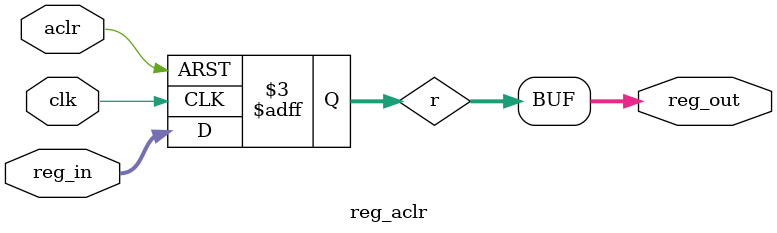
<source format=sv>

module reg_aclr #(parameter DATA_WIDTH=18) 
						(input clk,
						input aclr,
				     input [DATA_WIDTH-1:0] reg_in, 
				     output [DATA_WIDTH-1:0] reg_out);
		

logic [DATA_WIDTH-1:0] r;

assign reg_out = r;


		
always @(posedge clk or posedge aclr) begin

	if (aclr == 1) begin
		r <= 0;
	end
	else begin
		r <= reg_in;
	end

		
end
		
		
endmodule

</source>
